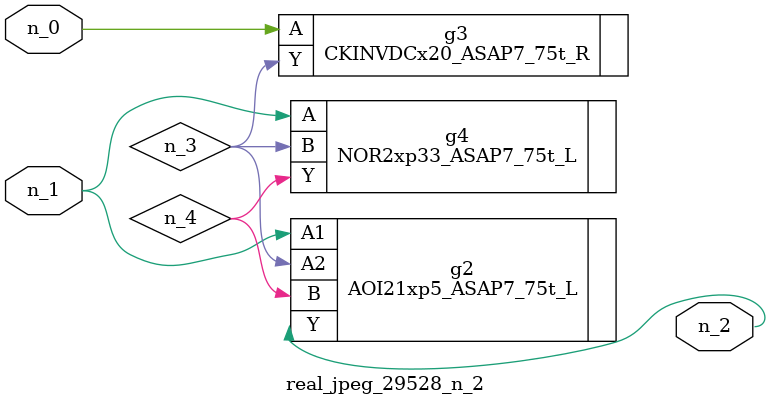
<source format=v>
module real_jpeg_29528_n_2 (n_1, n_0, n_2);

input n_1;
input n_0;

output n_2;

wire n_4;
wire n_3;

CKINVDCx20_ASAP7_75t_R g3 ( 
.A(n_0),
.Y(n_3)
);

AOI21xp5_ASAP7_75t_L g2 ( 
.A1(n_1),
.A2(n_3),
.B(n_4),
.Y(n_2)
);

NOR2xp33_ASAP7_75t_L g4 ( 
.A(n_1),
.B(n_3),
.Y(n_4)
);


endmodule
</source>
